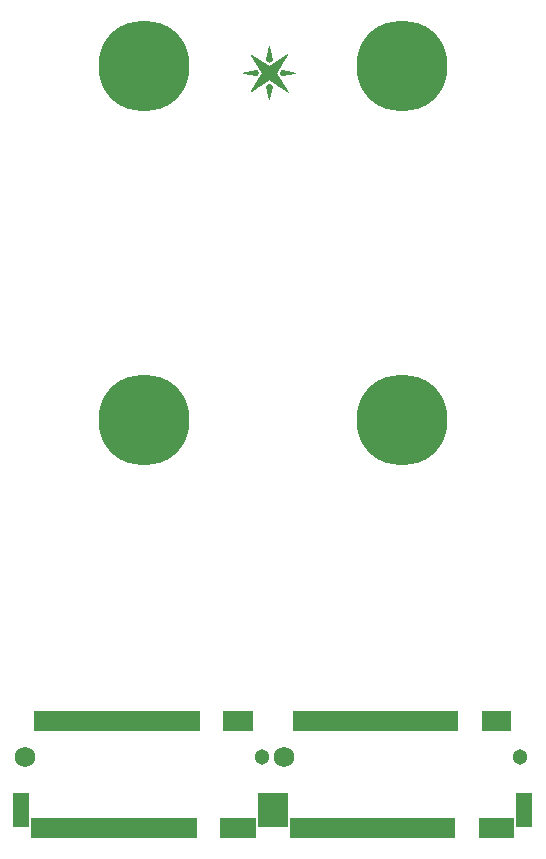
<source format=gts>
G75*
%MOIN*%
%OFA0B0*%
%FSLAX25Y25*%
%IPPOS*%
%LPD*%
%AMOC8*
5,1,8,0,0,1.08239X$1,22.5*
%
%ADD10C,0.00100*%
%ADD11R,0.01981X0.06902*%
%ADD12C,0.05131*%
%ADD13C,0.06902*%
%ADD14R,0.05524X0.11627*%
%ADD15C,0.30328*%
D10*
X0099492Y0259602D02*
X0100492Y0264002D01*
X0099492Y0264702D01*
X0098492Y0264002D01*
X0099492Y0259602D01*
X0099479Y0259661D02*
X0099506Y0259661D01*
X0099528Y0259760D02*
X0099456Y0259760D01*
X0099434Y0259858D02*
X0099551Y0259858D01*
X0099573Y0259957D02*
X0099411Y0259957D01*
X0099389Y0260055D02*
X0099595Y0260055D01*
X0099618Y0260154D02*
X0099367Y0260154D01*
X0099344Y0260253D02*
X0099640Y0260253D01*
X0099662Y0260351D02*
X0099322Y0260351D01*
X0099299Y0260450D02*
X0099685Y0260450D01*
X0099707Y0260548D02*
X0099277Y0260548D01*
X0099255Y0260647D02*
X0099730Y0260647D01*
X0099752Y0260745D02*
X0099232Y0260745D01*
X0099210Y0260844D02*
X0099774Y0260844D01*
X0099797Y0260942D02*
X0099187Y0260942D01*
X0099165Y0261041D02*
X0099819Y0261041D01*
X0099842Y0261139D02*
X0099143Y0261139D01*
X0099120Y0261238D02*
X0099864Y0261238D01*
X0099886Y0261336D02*
X0099098Y0261336D01*
X0099076Y0261435D02*
X0099909Y0261435D01*
X0099931Y0261533D02*
X0099053Y0261533D01*
X0099031Y0261632D02*
X0099954Y0261632D01*
X0099976Y0261730D02*
X0099008Y0261730D01*
X0098986Y0261829D02*
X0099998Y0261829D01*
X0100021Y0261927D02*
X0098964Y0261927D01*
X0098941Y0262026D02*
X0100043Y0262026D01*
X0100065Y0262124D02*
X0098919Y0262124D01*
X0098896Y0262223D02*
X0100088Y0262223D01*
X0100110Y0262321D02*
X0098874Y0262321D01*
X0098852Y0262420D02*
X0100133Y0262420D01*
X0100155Y0262518D02*
X0098829Y0262518D01*
X0098807Y0262617D02*
X0100177Y0262617D01*
X0100200Y0262715D02*
X0098784Y0262715D01*
X0098762Y0262814D02*
X0100222Y0262814D01*
X0100245Y0262912D02*
X0098740Y0262912D01*
X0098717Y0263011D02*
X0100267Y0263011D01*
X0100289Y0263109D02*
X0098695Y0263109D01*
X0098673Y0263208D02*
X0100312Y0263208D01*
X0100334Y0263306D02*
X0098650Y0263306D01*
X0098628Y0263405D02*
X0100357Y0263405D01*
X0100379Y0263503D02*
X0098605Y0263503D01*
X0098583Y0263602D02*
X0100401Y0263602D01*
X0100424Y0263700D02*
X0098561Y0263700D01*
X0098538Y0263799D02*
X0100446Y0263799D01*
X0100468Y0263897D02*
X0098516Y0263897D01*
X0098493Y0263996D02*
X0100491Y0263996D01*
X0100359Y0264094D02*
X0098625Y0264094D01*
X0098766Y0264193D02*
X0100219Y0264193D01*
X0100078Y0264291D02*
X0098906Y0264291D01*
X0099047Y0264390D02*
X0099937Y0264390D01*
X0099797Y0264488D02*
X0099188Y0264488D01*
X0099328Y0264587D02*
X0099656Y0264587D01*
X0099515Y0264686D02*
X0099469Y0264686D01*
X0098833Y0265769D02*
X0095579Y0265769D01*
X0095639Y0265868D02*
X0098983Y0265868D01*
X0099133Y0265966D02*
X0095699Y0265966D01*
X0095760Y0266065D02*
X0099283Y0266065D01*
X0099434Y0266163D02*
X0095820Y0266163D01*
X0095881Y0266262D02*
X0103051Y0266262D01*
X0102988Y0266360D02*
X0095941Y0266360D01*
X0096001Y0266459D02*
X0102926Y0266459D01*
X0102863Y0266557D02*
X0096062Y0266557D01*
X0096122Y0266656D02*
X0102801Y0266656D01*
X0102738Y0266754D02*
X0096182Y0266754D01*
X0096243Y0266853D02*
X0102676Y0266853D01*
X0102613Y0266951D02*
X0096303Y0266951D01*
X0096364Y0267050D02*
X0102550Y0267050D01*
X0102488Y0267148D02*
X0096424Y0267148D01*
X0096484Y0267247D02*
X0102425Y0267247D01*
X0102363Y0267345D02*
X0096545Y0267345D01*
X0096605Y0267444D02*
X0102300Y0267444D01*
X0102238Y0267542D02*
X0096666Y0267542D01*
X0096726Y0267641D02*
X0102175Y0267641D01*
X0102113Y0267739D02*
X0096786Y0267739D01*
X0096847Y0267838D02*
X0102050Y0267838D01*
X0101987Y0267936D02*
X0096907Y0267936D01*
X0096967Y0268035D02*
X0101925Y0268035D01*
X0101862Y0268133D02*
X0097028Y0268133D01*
X0097088Y0268232D02*
X0101800Y0268232D01*
X0101737Y0268330D02*
X0097149Y0268330D01*
X0097192Y0268402D02*
X0093392Y0262202D01*
X0099492Y0266202D01*
X0105692Y0262102D01*
X0101692Y0268402D01*
X0105492Y0274502D01*
X0099492Y0270602D01*
X0093392Y0274402D01*
X0097192Y0268402D01*
X0097175Y0268429D02*
X0101709Y0268429D01*
X0101771Y0268527D02*
X0097112Y0268527D01*
X0097050Y0268626D02*
X0101832Y0268626D01*
X0101893Y0268724D02*
X0096988Y0268724D01*
X0096925Y0268823D02*
X0101955Y0268823D01*
X0102016Y0268922D02*
X0096863Y0268922D01*
X0096800Y0269020D02*
X0102077Y0269020D01*
X0102139Y0269119D02*
X0096738Y0269119D01*
X0096676Y0269217D02*
X0102200Y0269217D01*
X0102261Y0269316D02*
X0096613Y0269316D01*
X0096551Y0269414D02*
X0102323Y0269414D01*
X0102384Y0269513D02*
X0096488Y0269513D01*
X0096426Y0269611D02*
X0102446Y0269611D01*
X0102507Y0269710D02*
X0096364Y0269710D01*
X0096301Y0269808D02*
X0102568Y0269808D01*
X0102630Y0269907D02*
X0096239Y0269907D01*
X0096177Y0270005D02*
X0102691Y0270005D01*
X0102752Y0270104D02*
X0096114Y0270104D01*
X0096052Y0270202D02*
X0102814Y0270202D01*
X0102875Y0270301D02*
X0095989Y0270301D01*
X0095927Y0270399D02*
X0102937Y0270399D01*
X0102998Y0270498D02*
X0095865Y0270498D01*
X0095802Y0270596D02*
X0103059Y0270596D01*
X0103121Y0270695D02*
X0099635Y0270695D01*
X0099787Y0270793D02*
X0103182Y0270793D01*
X0103243Y0270892D02*
X0099939Y0270892D01*
X0100090Y0270990D02*
X0103305Y0270990D01*
X0103366Y0271089D02*
X0100242Y0271089D01*
X0100393Y0271187D02*
X0103427Y0271187D01*
X0103489Y0271286D02*
X0100545Y0271286D01*
X0100696Y0271384D02*
X0103550Y0271384D01*
X0103612Y0271483D02*
X0100848Y0271483D01*
X0100999Y0271581D02*
X0103673Y0271581D01*
X0103734Y0271680D02*
X0101151Y0271680D01*
X0101303Y0271778D02*
X0103796Y0271778D01*
X0103857Y0271877D02*
X0101454Y0271877D01*
X0101606Y0271975D02*
X0103918Y0271975D01*
X0103980Y0272074D02*
X0101757Y0272074D01*
X0101909Y0272172D02*
X0104041Y0272172D01*
X0104103Y0272271D02*
X0102060Y0272271D01*
X0102212Y0272369D02*
X0104164Y0272369D01*
X0104225Y0272468D02*
X0102363Y0272468D01*
X0102515Y0272566D02*
X0104287Y0272566D01*
X0104348Y0272665D02*
X0102667Y0272665D01*
X0102818Y0272763D02*
X0104409Y0272763D01*
X0104471Y0272862D02*
X0102970Y0272862D01*
X0103121Y0272960D02*
X0104532Y0272960D01*
X0104593Y0273059D02*
X0103273Y0273059D01*
X0103424Y0273157D02*
X0104655Y0273157D01*
X0104716Y0273256D02*
X0103576Y0273256D01*
X0103727Y0273355D02*
X0104778Y0273355D01*
X0104839Y0273453D02*
X0103879Y0273453D01*
X0104031Y0273552D02*
X0104900Y0273552D01*
X0104962Y0273650D02*
X0104182Y0273650D01*
X0104334Y0273749D02*
X0105023Y0273749D01*
X0105084Y0273847D02*
X0104485Y0273847D01*
X0104637Y0273946D02*
X0105146Y0273946D01*
X0105207Y0274044D02*
X0104788Y0274044D01*
X0104940Y0274143D02*
X0105269Y0274143D01*
X0105330Y0274241D02*
X0105091Y0274241D01*
X0105243Y0274340D02*
X0105391Y0274340D01*
X0105395Y0274438D02*
X0105453Y0274438D01*
X0104587Y0269119D02*
X0103570Y0269119D01*
X0103636Y0269217D02*
X0104105Y0269217D01*
X0103692Y0269302D02*
X0108092Y0268402D01*
X0103692Y0267502D01*
X0103092Y0268402D01*
X0103692Y0269302D01*
X0103504Y0269020D02*
X0105069Y0269020D01*
X0105550Y0268922D02*
X0103439Y0268922D01*
X0103373Y0268823D02*
X0106032Y0268823D01*
X0106513Y0268724D02*
X0103307Y0268724D01*
X0103242Y0268626D02*
X0106995Y0268626D01*
X0107263Y0268232D02*
X0103205Y0268232D01*
X0103140Y0268330D02*
X0107744Y0268330D01*
X0107958Y0268429D02*
X0103110Y0268429D01*
X0103176Y0268527D02*
X0107477Y0268527D01*
X0106781Y0268133D02*
X0103271Y0268133D01*
X0103337Y0268035D02*
X0106300Y0268035D01*
X0105818Y0267936D02*
X0103402Y0267936D01*
X0103468Y0267838D02*
X0105336Y0267838D01*
X0104855Y0267739D02*
X0103534Y0267739D01*
X0103599Y0267641D02*
X0104373Y0267641D01*
X0103891Y0267542D02*
X0103665Y0267542D01*
X0103113Y0266163D02*
X0099550Y0266163D01*
X0099699Y0266065D02*
X0103176Y0266065D01*
X0103238Y0265966D02*
X0099848Y0265966D01*
X0099997Y0265868D02*
X0103301Y0265868D01*
X0103364Y0265769D02*
X0100146Y0265769D01*
X0100295Y0265671D02*
X0103426Y0265671D01*
X0103489Y0265572D02*
X0100444Y0265572D01*
X0100593Y0265474D02*
X0103551Y0265474D01*
X0103614Y0265375D02*
X0100742Y0265375D01*
X0100891Y0265277D02*
X0103676Y0265277D01*
X0103739Y0265178D02*
X0101040Y0265178D01*
X0101189Y0265080D02*
X0103801Y0265080D01*
X0103864Y0264981D02*
X0101338Y0264981D01*
X0101487Y0264883D02*
X0103926Y0264883D01*
X0103989Y0264784D02*
X0101636Y0264784D01*
X0101785Y0264686D02*
X0104052Y0264686D01*
X0104114Y0264587D02*
X0101934Y0264587D01*
X0102083Y0264488D02*
X0104177Y0264488D01*
X0104239Y0264390D02*
X0102232Y0264390D01*
X0102381Y0264291D02*
X0104302Y0264291D01*
X0104364Y0264193D02*
X0102530Y0264193D01*
X0102679Y0264094D02*
X0104427Y0264094D01*
X0104489Y0263996D02*
X0102827Y0263996D01*
X0102976Y0263897D02*
X0104552Y0263897D01*
X0104614Y0263799D02*
X0103125Y0263799D01*
X0103274Y0263700D02*
X0104677Y0263700D01*
X0104740Y0263602D02*
X0103423Y0263602D01*
X0103572Y0263503D02*
X0104802Y0263503D01*
X0104865Y0263405D02*
X0103721Y0263405D01*
X0103870Y0263306D02*
X0104927Y0263306D01*
X0104990Y0263208D02*
X0104019Y0263208D01*
X0104168Y0263109D02*
X0105052Y0263109D01*
X0105115Y0263011D02*
X0104317Y0263011D01*
X0104466Y0262912D02*
X0105177Y0262912D01*
X0105240Y0262814D02*
X0104615Y0262814D01*
X0104764Y0262715D02*
X0105302Y0262715D01*
X0105365Y0262617D02*
X0104913Y0262617D01*
X0105062Y0262518D02*
X0105428Y0262518D01*
X0105490Y0262420D02*
X0105211Y0262420D01*
X0105360Y0262321D02*
X0105553Y0262321D01*
X0105509Y0262223D02*
X0105615Y0262223D01*
X0105658Y0262124D02*
X0105678Y0262124D01*
X0099613Y0272074D02*
X0099372Y0272074D01*
X0099492Y0272002D02*
X0100492Y0272602D01*
X0099492Y0277202D01*
X0098492Y0272602D01*
X0099492Y0272002D01*
X0099207Y0272172D02*
X0099777Y0272172D01*
X0099941Y0272271D02*
X0099043Y0272271D01*
X0098879Y0272369D02*
X0100105Y0272369D01*
X0100269Y0272468D02*
X0098715Y0272468D01*
X0098551Y0272566D02*
X0100434Y0272566D01*
X0100478Y0272665D02*
X0098506Y0272665D01*
X0098527Y0272763D02*
X0100457Y0272763D01*
X0100436Y0272862D02*
X0098549Y0272862D01*
X0098570Y0272960D02*
X0100414Y0272960D01*
X0100393Y0273059D02*
X0098592Y0273059D01*
X0098613Y0273157D02*
X0100371Y0273157D01*
X0100350Y0273256D02*
X0098634Y0273256D01*
X0098656Y0273355D02*
X0100328Y0273355D01*
X0100307Y0273453D02*
X0098677Y0273453D01*
X0098699Y0273552D02*
X0100286Y0273552D01*
X0100264Y0273650D02*
X0098720Y0273650D01*
X0098741Y0273749D02*
X0100243Y0273749D01*
X0100221Y0273847D02*
X0098763Y0273847D01*
X0098784Y0273946D02*
X0100200Y0273946D01*
X0100179Y0274044D02*
X0098806Y0274044D01*
X0098827Y0274143D02*
X0100157Y0274143D01*
X0100136Y0274241D02*
X0098849Y0274241D01*
X0098870Y0274340D02*
X0100114Y0274340D01*
X0100093Y0274438D02*
X0098891Y0274438D01*
X0098913Y0274537D02*
X0100071Y0274537D01*
X0100050Y0274635D02*
X0098934Y0274635D01*
X0098956Y0274734D02*
X0100029Y0274734D01*
X0100007Y0274832D02*
X0098977Y0274832D01*
X0098998Y0274931D02*
X0099986Y0274931D01*
X0099964Y0275029D02*
X0099020Y0275029D01*
X0099041Y0275128D02*
X0099943Y0275128D01*
X0099922Y0275226D02*
X0099063Y0275226D01*
X0099084Y0275325D02*
X0099900Y0275325D01*
X0099879Y0275423D02*
X0099106Y0275423D01*
X0099127Y0275522D02*
X0099857Y0275522D01*
X0099836Y0275620D02*
X0099148Y0275620D01*
X0099170Y0275719D02*
X0099814Y0275719D01*
X0099793Y0275817D02*
X0099191Y0275817D01*
X0099213Y0275916D02*
X0099772Y0275916D01*
X0099750Y0276014D02*
X0099234Y0276014D01*
X0099255Y0276113D02*
X0099729Y0276113D01*
X0099707Y0276211D02*
X0099277Y0276211D01*
X0099298Y0276310D02*
X0099686Y0276310D01*
X0099665Y0276408D02*
X0099320Y0276408D01*
X0099341Y0276507D02*
X0099643Y0276507D01*
X0099622Y0276605D02*
X0099363Y0276605D01*
X0099384Y0276704D02*
X0099600Y0276704D01*
X0099579Y0276802D02*
X0099405Y0276802D01*
X0099427Y0276901D02*
X0099557Y0276901D01*
X0099536Y0276999D02*
X0099448Y0276999D01*
X0099470Y0277098D02*
X0099515Y0277098D01*
X0099491Y0277196D02*
X0099493Y0277196D01*
X0096496Y0272468D02*
X0094617Y0272468D01*
X0094679Y0272369D02*
X0096654Y0272369D01*
X0096812Y0272271D02*
X0094742Y0272271D01*
X0094804Y0272172D02*
X0096971Y0272172D01*
X0097129Y0272074D02*
X0094866Y0272074D01*
X0094929Y0271975D02*
X0097287Y0271975D01*
X0097445Y0271877D02*
X0094991Y0271877D01*
X0095054Y0271778D02*
X0097603Y0271778D01*
X0097761Y0271680D02*
X0095116Y0271680D01*
X0095178Y0271581D02*
X0097919Y0271581D01*
X0098078Y0271483D02*
X0095241Y0271483D01*
X0095303Y0271384D02*
X0098236Y0271384D01*
X0098394Y0271286D02*
X0095365Y0271286D01*
X0095428Y0271187D02*
X0098552Y0271187D01*
X0098710Y0271089D02*
X0095490Y0271089D01*
X0095553Y0270990D02*
X0098868Y0270990D01*
X0099026Y0270892D02*
X0095615Y0270892D01*
X0095677Y0270793D02*
X0099184Y0270793D01*
X0099343Y0270695D02*
X0095740Y0270695D01*
X0095292Y0269302D02*
X0090692Y0268402D01*
X0095292Y0267502D01*
X0095892Y0268402D01*
X0095292Y0269302D01*
X0095348Y0269217D02*
X0094860Y0269217D01*
X0094357Y0269119D02*
X0095414Y0269119D01*
X0095480Y0269020D02*
X0093853Y0269020D01*
X0093350Y0268922D02*
X0095546Y0268922D01*
X0095611Y0268823D02*
X0092846Y0268823D01*
X0092343Y0268724D02*
X0095677Y0268724D01*
X0095743Y0268626D02*
X0091839Y0268626D01*
X0091559Y0268232D02*
X0095779Y0268232D01*
X0095845Y0268330D02*
X0091056Y0268330D01*
X0090832Y0268429D02*
X0095874Y0268429D01*
X0095808Y0268527D02*
X0091336Y0268527D01*
X0092063Y0268133D02*
X0095713Y0268133D01*
X0095648Y0268035D02*
X0092566Y0268035D01*
X0093070Y0267936D02*
X0095582Y0267936D01*
X0095516Y0267838D02*
X0093573Y0267838D01*
X0094077Y0267739D02*
X0095451Y0267739D01*
X0095385Y0267641D02*
X0094580Y0267641D01*
X0095084Y0267542D02*
X0095319Y0267542D01*
X0095518Y0265671D02*
X0098682Y0265671D01*
X0098532Y0265572D02*
X0095458Y0265572D01*
X0095398Y0265474D02*
X0098382Y0265474D01*
X0098232Y0265375D02*
X0095337Y0265375D01*
X0095277Y0265277D02*
X0098082Y0265277D01*
X0097931Y0265178D02*
X0095216Y0265178D01*
X0095156Y0265080D02*
X0097781Y0265080D01*
X0097631Y0264981D02*
X0095096Y0264981D01*
X0095035Y0264883D02*
X0097481Y0264883D01*
X0097330Y0264784D02*
X0094975Y0264784D01*
X0094915Y0264686D02*
X0097180Y0264686D01*
X0097030Y0264587D02*
X0094854Y0264587D01*
X0094794Y0264488D02*
X0096880Y0264488D01*
X0096729Y0264390D02*
X0094733Y0264390D01*
X0094673Y0264291D02*
X0096579Y0264291D01*
X0096429Y0264193D02*
X0094613Y0264193D01*
X0094552Y0264094D02*
X0096279Y0264094D01*
X0096129Y0263996D02*
X0094492Y0263996D01*
X0094432Y0263897D02*
X0095978Y0263897D01*
X0095828Y0263799D02*
X0094371Y0263799D01*
X0094311Y0263700D02*
X0095678Y0263700D01*
X0095528Y0263602D02*
X0094250Y0263602D01*
X0094190Y0263503D02*
X0095377Y0263503D01*
X0095227Y0263405D02*
X0094130Y0263405D01*
X0094069Y0263306D02*
X0095077Y0263306D01*
X0094927Y0263208D02*
X0094009Y0263208D01*
X0093948Y0263109D02*
X0094776Y0263109D01*
X0094626Y0263011D02*
X0093888Y0263011D01*
X0093828Y0262912D02*
X0094476Y0262912D01*
X0094326Y0262814D02*
X0093767Y0262814D01*
X0093707Y0262715D02*
X0094176Y0262715D01*
X0094025Y0262617D02*
X0093647Y0262617D01*
X0093586Y0262518D02*
X0093875Y0262518D01*
X0093725Y0262420D02*
X0093526Y0262420D01*
X0093575Y0262321D02*
X0093465Y0262321D01*
X0093424Y0262223D02*
X0093405Y0262223D01*
X0094554Y0272566D02*
X0096338Y0272566D01*
X0096180Y0272665D02*
X0094492Y0272665D01*
X0094430Y0272763D02*
X0096022Y0272763D01*
X0095864Y0272862D02*
X0094367Y0272862D01*
X0094305Y0272960D02*
X0095705Y0272960D01*
X0095547Y0273059D02*
X0094242Y0273059D01*
X0094180Y0273157D02*
X0095389Y0273157D01*
X0095231Y0273256D02*
X0094118Y0273256D01*
X0094055Y0273355D02*
X0095073Y0273355D01*
X0094915Y0273453D02*
X0093993Y0273453D01*
X0093930Y0273552D02*
X0094757Y0273552D01*
X0094599Y0273650D02*
X0093868Y0273650D01*
X0093806Y0273749D02*
X0094440Y0273749D01*
X0094282Y0273847D02*
X0093743Y0273847D01*
X0093681Y0273946D02*
X0094124Y0273946D01*
X0093966Y0274044D02*
X0093619Y0274044D01*
X0093556Y0274143D02*
X0093808Y0274143D01*
X0093650Y0274241D02*
X0093494Y0274241D01*
X0093492Y0274340D02*
X0093431Y0274340D01*
D11*
X0093126Y0052378D03*
X0091157Y0052378D03*
X0089189Y0052378D03*
X0087220Y0052378D03*
X0085252Y0052378D03*
X0075409Y0052378D03*
X0073441Y0052378D03*
X0071472Y0052378D03*
X0069504Y0052378D03*
X0067535Y0052378D03*
X0065567Y0052378D03*
X0063598Y0052378D03*
X0061630Y0052378D03*
X0059661Y0052378D03*
X0057693Y0052378D03*
X0055724Y0052378D03*
X0053756Y0052378D03*
X0051787Y0052378D03*
X0049819Y0052378D03*
X0047850Y0052378D03*
X0045882Y0052378D03*
X0043913Y0052378D03*
X0041945Y0052378D03*
X0039976Y0052378D03*
X0038008Y0052378D03*
X0036039Y0052378D03*
X0034071Y0052378D03*
X0032102Y0052378D03*
X0030134Y0052378D03*
X0028165Y0052378D03*
X0026197Y0052378D03*
X0024228Y0052378D03*
X0022260Y0052378D03*
X0023244Y0016551D03*
X0021276Y0016551D03*
X0025213Y0016551D03*
X0027181Y0016551D03*
X0029150Y0016551D03*
X0031118Y0016551D03*
X0033087Y0016551D03*
X0035055Y0016551D03*
X0037024Y0016551D03*
X0038992Y0016551D03*
X0040961Y0016551D03*
X0042929Y0016551D03*
X0044898Y0016551D03*
X0046866Y0016551D03*
X0048835Y0016551D03*
X0050803Y0016551D03*
X0052772Y0016551D03*
X0054740Y0016551D03*
X0056709Y0016551D03*
X0058677Y0016551D03*
X0060646Y0016551D03*
X0062614Y0016551D03*
X0064583Y0016551D03*
X0066551Y0016551D03*
X0068520Y0016551D03*
X0070488Y0016551D03*
X0072457Y0016551D03*
X0074425Y0016551D03*
X0084268Y0016551D03*
X0086236Y0016551D03*
X0088205Y0016551D03*
X0090173Y0016551D03*
X0092142Y0016551D03*
X0094110Y0016551D03*
X0107496Y0016551D03*
X0109465Y0016551D03*
X0111433Y0016551D03*
X0113402Y0016551D03*
X0115370Y0016551D03*
X0117339Y0016551D03*
X0119307Y0016551D03*
X0121276Y0016551D03*
X0123244Y0016551D03*
X0125213Y0016551D03*
X0127181Y0016551D03*
X0129150Y0016551D03*
X0131118Y0016551D03*
X0133087Y0016551D03*
X0135055Y0016551D03*
X0137024Y0016551D03*
X0138992Y0016551D03*
X0140961Y0016551D03*
X0142929Y0016551D03*
X0144898Y0016551D03*
X0146866Y0016551D03*
X0148835Y0016551D03*
X0150803Y0016551D03*
X0152772Y0016551D03*
X0154740Y0016551D03*
X0156709Y0016551D03*
X0158677Y0016551D03*
X0160646Y0016551D03*
X0170488Y0016551D03*
X0172457Y0016551D03*
X0174425Y0016551D03*
X0176394Y0016551D03*
X0178362Y0016551D03*
X0180331Y0016551D03*
X0179346Y0052378D03*
X0177378Y0052378D03*
X0175409Y0052378D03*
X0173441Y0052378D03*
X0171472Y0052378D03*
X0161630Y0052378D03*
X0159661Y0052378D03*
X0157693Y0052378D03*
X0155724Y0052378D03*
X0153756Y0052378D03*
X0151787Y0052378D03*
X0149819Y0052378D03*
X0147850Y0052378D03*
X0145882Y0052378D03*
X0143913Y0052378D03*
X0141945Y0052378D03*
X0139976Y0052378D03*
X0138008Y0052378D03*
X0136039Y0052378D03*
X0134071Y0052378D03*
X0132102Y0052378D03*
X0130134Y0052378D03*
X0128165Y0052378D03*
X0126197Y0052378D03*
X0124228Y0052378D03*
X0122260Y0052378D03*
X0120291Y0052378D03*
X0118323Y0052378D03*
X0116354Y0052378D03*
X0114386Y0052378D03*
X0112417Y0052378D03*
X0110449Y0052378D03*
X0108480Y0052378D03*
D12*
X0097063Y0040370D03*
X0183283Y0040370D03*
D13*
X0104543Y0040370D03*
X0018323Y0040370D03*
D14*
X0016945Y0022654D03*
X0098441Y0022654D03*
X0103165Y0022654D03*
X0184661Y0022654D03*
D15*
X0143913Y0152575D03*
X0143913Y0270685D03*
X0057693Y0270685D03*
X0057693Y0152575D03*
M02*

</source>
